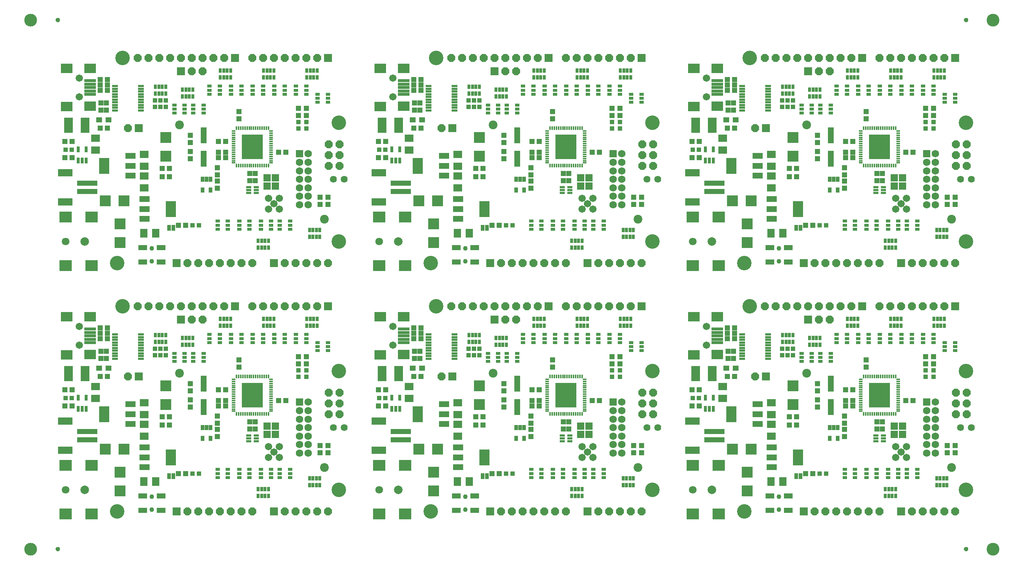
<source format=gts>
G75*
G70*
%OFA0B0*%
%FSLAX25Y25*%
%IPPOS*%
%LPD*%
%AMOC8*
5,1,8,0,0,1.08239X$1,22.5*
%
%ADD108R,0.05800X0.02050*%
%ADD111C,0.07890*%
%ADD112R,0.04740X0.05130*%
%ADD115R,0.10640X0.02770*%
%ADD116R,0.19500X0.23040*%
%ADD118C,0.06800*%
%ADD122R,0.04740X0.02180*%
%ADD125R,0.05520X0.14580*%
%ADD127R,0.02770X0.04340*%
%ADD129C,0.04340*%
%ADD13R,0.02970X0.05520*%
%ADD131R,0.10640X0.08670*%
%ADD134R,0.07100X0.07890*%
%ADD140R,0.03560X0.01780*%
%ADD143R,0.08280X0.14190*%
%ADD144R,0.06860X0.06860*%
%ADD146C,0.07100*%
%ADD150R,0.07200X0.07200*%
%ADD166C,0.11820*%
%ADD167R,0.07890X0.04740*%
%ADD17C,0.02000*%
%ADD172R,0.11820X0.10250*%
%ADD174R,0.18910X0.04740*%
%ADD181R,0.03300X0.05800*%
%ADD182R,0.03950X0.02970*%
%ADD185R,0.06800X0.06800*%
%ADD187C,0.06400*%
%ADD193R,0.05520X0.04740*%
%ADD200C,0.13400*%
%ADD201R,0.09460X0.14970*%
%ADD209R,0.13685X0.07100*%
%ADD30C,0.08120*%
%ADD33R,0.05130X0.04740*%
%ADD39OC8,0.07200*%
%ADD49R,0.09600X0.05600*%
%ADD61R,0.14190X0.07100*%
%ADD63R,0.03520X0.04700*%
%ADD70R,0.01780X0.03560*%
%ADD72R,0.10250X0.10250*%
%ADD78R,0.07890X0.07100*%
%ADD86R,0.03950X0.03950*%
%ADD99C,0.06740*%
X0010000Y0010000D02*
G75*
%LPD*%
D166*
X0035000Y0035000D03*
X0925000Y0035000D03*
D17*
X0899000Y0035000D02*
X0899020Y0035200D01*
X0899080Y0035380D01*
X0899170Y0035560D01*
X0899290Y0035710D01*
X0899440Y0035830D01*
X0899620Y0035920D01*
X0899800Y0035980D01*
X0900000Y0036000D01*
X0900200Y0035980D01*
X0900380Y0035920D01*
X0900560Y0035830D01*
X0900710Y0035710D01*
X0900830Y0035560D01*
X0900920Y0035380D01*
X0900980Y0035200D01*
X0901000Y0035000D01*
X0900980Y0034800D01*
X0900920Y0034620D01*
X0900830Y0034440D01*
X0900710Y0034290D01*
X0900560Y0034170D01*
X0900380Y0034080D01*
X0900200Y0034020D01*
X0900000Y0034000D01*
X0899800Y0034020D01*
X0899620Y0034080D01*
X0899440Y0034170D01*
X0899290Y0034290D01*
X0899170Y0034440D01*
X0899080Y0034620D01*
X0899020Y0034800D01*
X0899000Y0035000D01*
X0059000Y0035000D02*
X0059020Y0035200D01*
X0059080Y0035380D01*
X0059170Y0035560D01*
X0059290Y0035710D01*
X0059440Y0035830D01*
X0059620Y0035920D01*
X0059800Y0035980D01*
X0060000Y0036000D01*
X0060200Y0035980D01*
X0060380Y0035920D01*
X0060560Y0035830D01*
X0060710Y0035710D01*
X0060830Y0035560D01*
X0060920Y0035380D01*
X0060980Y0035200D01*
X0061000Y0035000D01*
X0060980Y0034800D01*
X0060920Y0034620D01*
X0060830Y0034440D01*
X0060710Y0034290D01*
X0060560Y0034170D01*
X0060380Y0034080D01*
X0060200Y0034020D01*
X0060000Y0034000D01*
X0059800Y0034020D01*
X0059620Y0034080D01*
X0059440Y0034170D01*
X0059290Y0034290D01*
X0059170Y0034440D01*
X0059080Y0034620D01*
X0059020Y0034800D01*
X0059000Y0035000D01*
X0010000Y0060000D02*
G75*
%LPD*%
X0060000Y0060000D02*
G75*
%LPD*%
D200*
X0115000Y0070000D03*
X0320000Y0090000D03*
X0320000Y0200000D03*
X0120000Y0260000D03*
D39*
X0134000Y0260000D03*
X0144000Y0260000D03*
X0154000Y0260000D03*
X0164000Y0260000D03*
X0174000Y0260000D03*
X0184000Y0260000D03*
X0194000Y0260000D03*
X0204000Y0260000D03*
X0214000Y0260000D03*
X0194000Y0247500D03*
X0184000Y0247500D03*
X0240000Y0260000D03*
X0250000Y0260000D03*
X0260000Y0260000D03*
X0270000Y0260000D03*
X0280000Y0260000D03*
X0290000Y0260000D03*
X0300000Y0260000D03*
X0310550Y0179800D03*
X0320550Y0179800D03*
X0320550Y0169800D03*
X0310550Y0169800D03*
X0310550Y0159800D03*
X0320550Y0159800D03*
X0310000Y0070000D03*
X0300000Y0070000D03*
X0290000Y0070000D03*
X0280000Y0070000D03*
X0270000Y0070000D03*
X0240000Y0070000D03*
X0230000Y0070000D03*
X0220000Y0070000D03*
X0210000Y0070000D03*
X0200000Y0070000D03*
X0190000Y0070000D03*
X0180000Y0070000D03*
X0125000Y0195000D03*
D33*
X0105850Y0195000D03*
X0099150Y0195000D03*
X0099150Y0240000D03*
X0105850Y0240000D03*
X0208650Y0182500D03*
X0215350Y0182500D03*
X0215350Y0172500D03*
X0215350Y0167500D03*
X0208650Y0167500D03*
X0208650Y0172500D03*
X0207500Y0145840D03*
X0207500Y0139150D03*
X0264150Y0172500D03*
X0270850Y0172500D03*
X0282500Y0206650D03*
X0282500Y0213340D03*
X0290000Y0213340D03*
X0290000Y0206650D03*
D112*
X0227500Y0203650D03*
X0227500Y0210340D03*
X0182500Y0188340D03*
X0182500Y0181650D03*
X0182500Y0173340D03*
X0182500Y0166650D03*
X0163350Y0157500D03*
X0156650Y0157500D03*
X0156650Y0150000D03*
X0163350Y0150000D03*
X0207500Y0151650D03*
X0207500Y0158340D03*
X0237500Y0152840D03*
X0242500Y0152840D03*
X0242500Y0146150D03*
X0237500Y0146150D03*
X0178350Y0105000D03*
X0171650Y0105000D03*
X0073350Y0167500D03*
X0066650Y0167500D03*
X0066650Y0182500D03*
X0073350Y0182500D03*
X0100000Y0211650D03*
X0105000Y0211650D03*
X0105000Y0218340D03*
X0100000Y0218340D03*
X0099150Y0230000D03*
X0099150Y0235000D03*
X0105850Y0235000D03*
X0105850Y0230000D03*
X0302500Y0130840D03*
X0302500Y0124150D03*
X0310000Y0124150D03*
X0310000Y0130840D03*
D150*
X0260000Y0070000D03*
X0170000Y0070000D03*
X0135000Y0195000D03*
X0174000Y0247500D03*
X0224000Y0260000D03*
X0310000Y0260000D03*
D78*
X0140000Y0170510D03*
X0140000Y0159480D03*
X0140000Y0150510D03*
X0140000Y0139480D03*
X0095000Y0174480D03*
X0095000Y0185510D03*
D86*
X0072950Y0175000D03*
X0067050Y0175000D03*
X0150000Y0214540D03*
X0155000Y0214540D03*
X0160000Y0214540D03*
X0160000Y0220450D03*
X0155000Y0220450D03*
X0150000Y0220450D03*
X0282500Y0200450D03*
X0282500Y0194540D03*
X0290000Y0194540D03*
X0290000Y0200450D03*
X0190450Y0105000D03*
X0184550Y0105000D03*
D72*
X0121160Y0127500D03*
X0103840Y0127500D03*
X0117500Y0106160D03*
X0117500Y0088830D03*
X0160000Y0168830D03*
X0160000Y0186160D03*
D49*
X0127200Y0169090D03*
X0127200Y0160000D03*
X0127200Y0150900D03*
X0140300Y0129090D03*
X0140300Y0120000D03*
X0140300Y0110900D03*
D201*
X0164700Y0120000D03*
X0102800Y0160000D03*
D134*
X0139490Y0097500D03*
X0150510Y0097500D03*
D70*
X0225240Y0160170D03*
X0227200Y0160170D03*
X0229170Y0160170D03*
X0231140Y0160170D03*
X0233110Y0160170D03*
X0235080Y0160170D03*
X0237050Y0160170D03*
X0239020Y0160170D03*
X0240980Y0160170D03*
X0242950Y0160170D03*
X0244920Y0160170D03*
X0246890Y0160170D03*
X0248860Y0160170D03*
X0250830Y0160170D03*
X0252800Y0160170D03*
X0254760Y0160170D03*
X0254760Y0194820D03*
X0252800Y0194820D03*
X0250830Y0194820D03*
X0248860Y0194820D03*
X0246890Y0194820D03*
X0244920Y0194820D03*
X0242950Y0194820D03*
X0240980Y0194820D03*
X0239020Y0194820D03*
X0237050Y0194820D03*
X0235080Y0194820D03*
X0233110Y0194820D03*
X0231140Y0194820D03*
X0229170Y0194820D03*
X0227200Y0194820D03*
X0225240Y0194820D03*
D140*
X0222680Y0192260D03*
X0222680Y0190290D03*
X0222680Y0188320D03*
X0222680Y0186350D03*
X0222680Y0184390D03*
X0222680Y0182420D03*
X0222680Y0180450D03*
X0222680Y0178480D03*
X0222680Y0176510D03*
X0222680Y0174540D03*
X0222680Y0172570D03*
X0222680Y0170610D03*
X0222680Y0168640D03*
X0222680Y0166670D03*
X0222680Y0164700D03*
X0222680Y0162730D03*
X0257320Y0162730D03*
X0257320Y0164700D03*
X0257320Y0166670D03*
X0257320Y0168640D03*
X0257320Y0170610D03*
X0257320Y0172570D03*
X0257320Y0174540D03*
X0257320Y0176510D03*
X0257320Y0178480D03*
X0257320Y0180450D03*
X0257320Y0182420D03*
X0257320Y0184390D03*
X0257320Y0186350D03*
X0257320Y0188320D03*
X0257320Y0190290D03*
X0257320Y0192260D03*
D116*
X0240000Y0177500D03*
D122*
X0236460Y0140050D03*
X0236460Y0137500D03*
X0236460Y0134940D03*
X0243540Y0134940D03*
X0243540Y0137500D03*
X0243540Y0140050D03*
D99*
X0255000Y0130000D03*
X0260000Y0125000D03*
X0255000Y0120000D03*
X0265000Y0120000D03*
X0265000Y0130000D03*
X0080000Y0223830D03*
X0080000Y0241160D03*
D131*
X0089840Y0250210D03*
X0068190Y0250210D03*
X0068190Y0214780D03*
X0089840Y0215170D03*
D115*
X0089840Y0226200D03*
X0089840Y0229350D03*
X0089840Y0232500D03*
X0089840Y0235650D03*
X0089840Y0238800D03*
D182*
X0167780Y0216240D03*
X0167780Y0212500D03*
X0167780Y0208760D03*
X0177220Y0208760D03*
X0177220Y0212500D03*
X0177220Y0216240D03*
X0185280Y0216240D03*
X0185280Y0212500D03*
X0185280Y0208760D03*
X0194720Y0208760D03*
X0194720Y0212500D03*
X0194720Y0216240D03*
X0200280Y0226260D03*
X0200280Y0230000D03*
X0200280Y0233740D03*
X0209720Y0233740D03*
X0209720Y0230000D03*
X0209720Y0226260D03*
X0220280Y0226260D03*
X0220280Y0230000D03*
X0220280Y0233740D03*
X0229720Y0233740D03*
X0229720Y0230000D03*
X0229720Y0226260D03*
X0240280Y0226260D03*
X0240280Y0230000D03*
X0240280Y0233740D03*
X0249720Y0233740D03*
X0249720Y0230000D03*
X0249720Y0226260D03*
X0260280Y0226260D03*
X0260280Y0230000D03*
X0260280Y0233740D03*
X0269720Y0233740D03*
X0269720Y0230000D03*
X0269720Y0226260D03*
X0280280Y0226260D03*
X0280280Y0230000D03*
X0280280Y0233740D03*
X0289720Y0233740D03*
X0289720Y0230000D03*
X0289720Y0226260D03*
X0300280Y0226240D03*
X0300280Y0222500D03*
X0300280Y0218760D03*
X0309720Y0218760D03*
X0309720Y0222500D03*
X0309720Y0226240D03*
X0274720Y0108740D03*
X0274720Y0105000D03*
X0274720Y0101260D03*
X0265280Y0101260D03*
X0265280Y0105000D03*
X0265280Y0108740D03*
X0257220Y0108740D03*
X0257220Y0105000D03*
X0257220Y0101260D03*
X0247780Y0101260D03*
X0247780Y0105000D03*
X0247780Y0108740D03*
X0237220Y0108740D03*
X0237220Y0105000D03*
X0237220Y0101260D03*
X0227780Y0101260D03*
X0227780Y0105000D03*
X0227780Y0108740D03*
X0217220Y0108740D03*
X0217220Y0105000D03*
X0217220Y0101260D03*
X0207780Y0101260D03*
X0207780Y0105000D03*
X0207780Y0108740D03*
D63*
X0201240Y0137380D03*
X0193760Y0137380D03*
X0193760Y0147570D03*
X0197500Y0147570D03*
X0201240Y0147570D03*
D127*
X0245280Y0090650D03*
X0248430Y0090650D03*
X0251570Y0090650D03*
X0254720Y0090650D03*
X0254720Y0084350D03*
X0251570Y0084350D03*
X0248430Y0084350D03*
X0245280Y0084350D03*
X0292780Y0094350D03*
X0295930Y0094350D03*
X0299070Y0094350D03*
X0302220Y0094350D03*
X0302220Y0100650D03*
X0299070Y0100650D03*
X0295930Y0100650D03*
X0292780Y0100650D03*
X0184720Y0224350D03*
X0181570Y0224350D03*
X0178430Y0224350D03*
X0175280Y0224350D03*
X0175280Y0230650D03*
X0178430Y0230650D03*
X0181570Y0230650D03*
X0184720Y0230650D03*
X0210280Y0241850D03*
X0213430Y0241850D03*
X0216570Y0241850D03*
X0219720Y0241850D03*
X0219720Y0248150D03*
X0216570Y0248150D03*
X0213430Y0248150D03*
X0210280Y0248150D03*
X0250280Y0248150D03*
X0253430Y0248150D03*
X0256570Y0248150D03*
X0259720Y0248150D03*
X0259720Y0241850D03*
X0256570Y0241850D03*
X0253430Y0241850D03*
X0250280Y0241850D03*
X0290280Y0241850D03*
X0293430Y0241850D03*
X0296570Y0241850D03*
X0299720Y0241850D03*
X0299720Y0248150D03*
X0296570Y0248150D03*
X0293430Y0248150D03*
X0290280Y0248150D03*
X0159720Y0233150D03*
X0156570Y0233150D03*
X0153430Y0233150D03*
X0150280Y0233150D03*
X0150280Y0226850D03*
X0153430Y0226850D03*
X0156570Y0226850D03*
X0159720Y0226850D03*
D143*
X0085180Y0197500D03*
X0069820Y0197500D03*
D172*
X0067190Y0067550D03*
X0091200Y0067550D03*
X0091200Y0112440D03*
X0067190Y0112440D03*
D146*
X0067190Y0090000D03*
D111*
X0084900Y0090000D03*
D125*
X0195000Y0166670D03*
X0195000Y0188320D03*
D185*
X0283560Y0171120D03*
D118*
X0291440Y0171120D03*
X0291440Y0163240D03*
X0291440Y0155370D03*
X0283560Y0155370D03*
X0283560Y0163240D03*
X0283560Y0147500D03*
X0291440Y0147500D03*
X0291440Y0139620D03*
X0283560Y0139620D03*
X0283560Y0131750D03*
X0283560Y0123870D03*
X0291440Y0123870D03*
X0291440Y0131750D03*
D108*
X0137000Y0211250D03*
X0137000Y0213750D03*
X0137000Y0216250D03*
X0137000Y0218750D03*
X0137000Y0221250D03*
X0137000Y0223750D03*
X0137000Y0226250D03*
X0137000Y0228750D03*
X0137000Y0231250D03*
X0137000Y0233750D03*
X0113000Y0233750D03*
X0113000Y0231250D03*
X0113000Y0228750D03*
X0113000Y0226250D03*
X0113000Y0223750D03*
X0113000Y0221250D03*
X0113000Y0218750D03*
X0113000Y0216250D03*
X0113000Y0213750D03*
X0113000Y0211250D03*
D193*
X0106830Y0202500D03*
X0098170Y0202500D03*
D144*
X0253680Y0148810D03*
X0261320Y0148810D03*
X0261320Y0141180D03*
X0253680Y0141180D03*
D174*
X0087070Y0143930D03*
X0087070Y0136060D03*
D61*
D209*
X0066843Y0126610D03*
D61*
D209*
X0066843Y0153380D03*
D61*
D13*
X0078760Y0164880D03*
X0082500Y0164880D03*
X0086240Y0164880D03*
X0086240Y0175110D03*
X0078760Y0175110D03*
D129*
X0147000Y0083400D03*
X0147000Y0071590D03*
D167*
X0138540Y0070800D03*
X0138540Y0084190D03*
X0155460Y0084190D03*
X0155460Y0070800D03*
D30*
X0306500Y0110500D03*
X0172500Y0198000D03*
D187*
X0315000Y0147500D03*
X0325000Y0147500D03*
D181*
X0167000Y0102500D03*
X0163000Y0102500D03*
X0060000Y0270000D02*
G75*
%LPD*%
X0060000Y0290000D02*
G75*
%LPD*%
D200*
X0115000Y0300000D03*
X0320000Y0320000D03*
X0320000Y0430000D03*
X0120000Y0490000D03*
D39*
X0134000Y0490000D03*
X0144000Y0490000D03*
X0154000Y0490000D03*
X0164000Y0490000D03*
X0174000Y0490000D03*
X0184000Y0490000D03*
X0194000Y0490000D03*
X0204000Y0490000D03*
X0214000Y0490000D03*
X0194000Y0477500D03*
X0184000Y0477500D03*
X0240000Y0490000D03*
X0250000Y0490000D03*
X0260000Y0490000D03*
X0270000Y0490000D03*
X0280000Y0490000D03*
X0290000Y0490000D03*
X0300000Y0490000D03*
X0310550Y0409800D03*
X0320550Y0409800D03*
X0320550Y0399800D03*
X0310550Y0399800D03*
X0310550Y0389800D03*
X0320550Y0389800D03*
X0310000Y0300000D03*
X0300000Y0300000D03*
X0290000Y0300000D03*
X0280000Y0300000D03*
X0270000Y0300000D03*
X0240000Y0300000D03*
X0230000Y0300000D03*
X0220000Y0300000D03*
X0210000Y0300000D03*
X0200000Y0300000D03*
X0190000Y0300000D03*
X0180000Y0300000D03*
X0125000Y0425000D03*
D33*
X0105850Y0425000D03*
X0099150Y0425000D03*
X0099150Y0470000D03*
X0105850Y0470000D03*
X0208650Y0412500D03*
X0215350Y0412500D03*
X0215350Y0402500D03*
X0215350Y0397500D03*
X0208650Y0397500D03*
X0208650Y0402500D03*
X0207500Y0375840D03*
X0207500Y0369150D03*
X0264150Y0402500D03*
X0270850Y0402500D03*
X0282500Y0436650D03*
X0282500Y0443340D03*
X0290000Y0443340D03*
X0290000Y0436650D03*
D112*
X0227500Y0433650D03*
X0227500Y0440340D03*
X0182500Y0418340D03*
X0182500Y0411650D03*
X0182500Y0403340D03*
X0182500Y0396650D03*
X0163350Y0387500D03*
X0156650Y0387500D03*
X0156650Y0380000D03*
X0163350Y0380000D03*
X0207500Y0381650D03*
X0207500Y0388340D03*
X0237500Y0382840D03*
X0242500Y0382840D03*
X0242500Y0376150D03*
X0237500Y0376150D03*
X0178350Y0335000D03*
X0171650Y0335000D03*
X0073350Y0397500D03*
X0066650Y0397500D03*
X0066650Y0412500D03*
X0073350Y0412500D03*
X0100000Y0441650D03*
X0105000Y0441650D03*
X0105000Y0448340D03*
X0100000Y0448340D03*
X0099150Y0460000D03*
X0099150Y0465000D03*
X0105850Y0465000D03*
X0105850Y0460000D03*
X0302500Y0360840D03*
X0302500Y0354150D03*
X0310000Y0354150D03*
X0310000Y0360840D03*
D150*
X0260000Y0300000D03*
X0170000Y0300000D03*
X0135000Y0425000D03*
X0174000Y0477500D03*
X0224000Y0490000D03*
X0310000Y0490000D03*
D78*
X0140000Y0400510D03*
X0140000Y0389480D03*
X0140000Y0380510D03*
X0140000Y0369480D03*
X0095000Y0404480D03*
X0095000Y0415510D03*
D86*
X0072950Y0405000D03*
X0067050Y0405000D03*
X0150000Y0444540D03*
X0155000Y0444540D03*
X0160000Y0444540D03*
X0160000Y0450450D03*
X0155000Y0450450D03*
X0150000Y0450450D03*
X0282500Y0430450D03*
X0282500Y0424540D03*
X0290000Y0424540D03*
X0290000Y0430450D03*
X0190450Y0335000D03*
X0184550Y0335000D03*
D72*
X0121160Y0357500D03*
X0103840Y0357500D03*
X0117500Y0336160D03*
X0117500Y0318830D03*
X0160000Y0398830D03*
X0160000Y0416160D03*
D49*
X0127200Y0399090D03*
X0127200Y0390000D03*
X0127200Y0380900D03*
X0140300Y0359090D03*
X0140300Y0350000D03*
X0140300Y0340900D03*
D201*
X0164700Y0350000D03*
X0102800Y0390000D03*
D134*
X0139490Y0327500D03*
X0150510Y0327500D03*
D70*
X0225240Y0390170D03*
X0227200Y0390170D03*
X0229170Y0390170D03*
X0231140Y0390170D03*
X0233110Y0390170D03*
X0235080Y0390170D03*
X0237050Y0390170D03*
X0239020Y0390170D03*
X0240980Y0390170D03*
X0242950Y0390170D03*
X0244920Y0390170D03*
X0246890Y0390170D03*
X0248860Y0390170D03*
X0250830Y0390170D03*
X0252800Y0390170D03*
X0254760Y0390170D03*
X0254760Y0424820D03*
X0252800Y0424820D03*
X0250830Y0424820D03*
X0248860Y0424820D03*
X0246890Y0424820D03*
X0244920Y0424820D03*
X0242950Y0424820D03*
X0240980Y0424820D03*
X0239020Y0424820D03*
X0237050Y0424820D03*
X0235080Y0424820D03*
X0233110Y0424820D03*
X0231140Y0424820D03*
X0229170Y0424820D03*
X0227200Y0424820D03*
X0225240Y0424820D03*
D140*
X0222680Y0422260D03*
X0222680Y0420290D03*
X0222680Y0418320D03*
X0222680Y0416350D03*
X0222680Y0414390D03*
X0222680Y0412420D03*
X0222680Y0410450D03*
X0222680Y0408480D03*
X0222680Y0406510D03*
X0222680Y0404540D03*
X0222680Y0402570D03*
X0222680Y0400610D03*
X0222680Y0398640D03*
X0222680Y0396670D03*
X0222680Y0394700D03*
X0222680Y0392730D03*
X0257320Y0392730D03*
X0257320Y0394700D03*
X0257320Y0396670D03*
X0257320Y0398640D03*
X0257320Y0400610D03*
X0257320Y0402570D03*
X0257320Y0404540D03*
X0257320Y0406510D03*
X0257320Y0408480D03*
X0257320Y0410450D03*
X0257320Y0412420D03*
X0257320Y0414390D03*
X0257320Y0416350D03*
X0257320Y0418320D03*
X0257320Y0420290D03*
X0257320Y0422260D03*
D116*
X0240000Y0407500D03*
D122*
X0236460Y0370050D03*
X0236460Y0367500D03*
X0236460Y0364940D03*
X0243540Y0364940D03*
X0243540Y0367500D03*
X0243540Y0370050D03*
D99*
X0255000Y0360000D03*
X0260000Y0355000D03*
X0255000Y0350000D03*
X0265000Y0350000D03*
X0265000Y0360000D03*
X0080000Y0453830D03*
X0080000Y0471160D03*
D131*
X0089840Y0480210D03*
X0068190Y0480210D03*
X0068190Y0444780D03*
X0089840Y0445170D03*
D115*
X0089840Y0456200D03*
X0089840Y0459350D03*
X0089840Y0462500D03*
X0089840Y0465650D03*
X0089840Y0468800D03*
D182*
X0167780Y0446240D03*
X0167780Y0442500D03*
X0167780Y0438760D03*
X0177220Y0438760D03*
X0177220Y0442500D03*
X0177220Y0446240D03*
X0185280Y0446240D03*
X0185280Y0442500D03*
X0185280Y0438760D03*
X0194720Y0438760D03*
X0194720Y0442500D03*
X0194720Y0446240D03*
X0200280Y0456260D03*
X0200280Y0460000D03*
X0200280Y0463740D03*
X0209720Y0463740D03*
X0209720Y0460000D03*
X0209720Y0456260D03*
X0220280Y0456260D03*
X0220280Y0460000D03*
X0220280Y0463740D03*
X0229720Y0463740D03*
X0229720Y0460000D03*
X0229720Y0456260D03*
X0240280Y0456260D03*
X0240280Y0460000D03*
X0240280Y0463740D03*
X0249720Y0463740D03*
X0249720Y0460000D03*
X0249720Y0456260D03*
X0260280Y0456260D03*
X0260280Y0460000D03*
X0260280Y0463740D03*
X0269720Y0463740D03*
X0269720Y0460000D03*
X0269720Y0456260D03*
X0280280Y0456260D03*
X0280280Y0460000D03*
X0280280Y0463740D03*
X0289720Y0463740D03*
X0289720Y0460000D03*
X0289720Y0456260D03*
X0300280Y0456240D03*
X0300280Y0452500D03*
X0300280Y0448760D03*
X0309720Y0448760D03*
X0309720Y0452500D03*
X0309720Y0456240D03*
X0274720Y0338740D03*
X0274720Y0335000D03*
X0274720Y0331260D03*
X0265280Y0331260D03*
X0265280Y0335000D03*
X0265280Y0338740D03*
X0257220Y0338740D03*
X0257220Y0335000D03*
X0257220Y0331260D03*
X0247780Y0331260D03*
X0247780Y0335000D03*
X0247780Y0338740D03*
X0237220Y0338740D03*
X0237220Y0335000D03*
X0237220Y0331260D03*
X0227780Y0331260D03*
X0227780Y0335000D03*
X0227780Y0338740D03*
X0217220Y0338740D03*
X0217220Y0335000D03*
X0217220Y0331260D03*
X0207780Y0331260D03*
X0207780Y0335000D03*
X0207780Y0338740D03*
D63*
X0201240Y0367380D03*
X0193760Y0367380D03*
X0193760Y0377570D03*
X0197500Y0377570D03*
X0201240Y0377570D03*
D127*
X0245280Y0320650D03*
X0248430Y0320650D03*
X0251570Y0320650D03*
X0254720Y0320650D03*
X0254720Y0314350D03*
X0251570Y0314350D03*
X0248430Y0314350D03*
X0245280Y0314350D03*
X0292780Y0324350D03*
X0295930Y0324350D03*
X0299070Y0324350D03*
X0302220Y0324350D03*
X0302220Y0330650D03*
X0299070Y0330650D03*
X0295930Y0330650D03*
X0292780Y0330650D03*
X0184720Y0454350D03*
X0181570Y0454350D03*
X0178430Y0454350D03*
X0175280Y0454350D03*
X0175280Y0460650D03*
X0178430Y0460650D03*
X0181570Y0460650D03*
X0184720Y0460650D03*
X0210280Y0471850D03*
X0213430Y0471850D03*
X0216570Y0471850D03*
X0219720Y0471850D03*
X0219720Y0478150D03*
X0216570Y0478150D03*
X0213430Y0478150D03*
X0210280Y0478150D03*
X0250280Y0478150D03*
X0253430Y0478150D03*
X0256570Y0478150D03*
X0259720Y0478150D03*
X0259720Y0471850D03*
X0256570Y0471850D03*
X0253430Y0471850D03*
X0250280Y0471850D03*
X0290280Y0471850D03*
X0293430Y0471850D03*
X0296570Y0471850D03*
X0299720Y0471850D03*
X0299720Y0478150D03*
X0296570Y0478150D03*
X0293430Y0478150D03*
X0290280Y0478150D03*
X0159720Y0463150D03*
X0156570Y0463150D03*
X0153430Y0463150D03*
X0150280Y0463150D03*
X0150280Y0456850D03*
X0153430Y0456850D03*
X0156570Y0456850D03*
X0159720Y0456850D03*
D143*
X0085180Y0427500D03*
X0069820Y0427500D03*
D172*
X0067190Y0297550D03*
X0091200Y0297550D03*
X0091200Y0342440D03*
X0067190Y0342440D03*
D146*
X0067190Y0320000D03*
D111*
X0084900Y0320000D03*
D125*
X0195000Y0396670D03*
X0195000Y0418320D03*
D185*
X0283560Y0401120D03*
D118*
X0291440Y0401120D03*
X0291440Y0393240D03*
X0291440Y0385370D03*
X0283560Y0385370D03*
X0283560Y0393240D03*
X0283560Y0377500D03*
X0291440Y0377500D03*
X0291440Y0369620D03*
X0283560Y0369620D03*
X0283560Y0361750D03*
X0283560Y0353870D03*
X0291440Y0353870D03*
X0291440Y0361750D03*
D108*
X0137000Y0441250D03*
X0137000Y0443750D03*
X0137000Y0446250D03*
X0137000Y0448750D03*
X0137000Y0451250D03*
X0137000Y0453750D03*
X0137000Y0456250D03*
X0137000Y0458750D03*
X0137000Y0461250D03*
X0137000Y0463750D03*
X0113000Y0463750D03*
X0113000Y0461250D03*
X0113000Y0458750D03*
X0113000Y0456250D03*
X0113000Y0453750D03*
X0113000Y0451250D03*
X0113000Y0448750D03*
X0113000Y0446250D03*
X0113000Y0443750D03*
X0113000Y0441250D03*
D193*
X0106830Y0432500D03*
X0098170Y0432500D03*
D144*
X0253680Y0378810D03*
X0261320Y0378810D03*
X0261320Y0371180D03*
X0253680Y0371180D03*
D174*
X0087070Y0373930D03*
X0087070Y0366060D03*
D61*
D209*
X0066843Y0356610D03*
D61*
D209*
X0066843Y0383380D03*
D61*
D13*
X0078760Y0394880D03*
X0082500Y0394880D03*
X0086240Y0394880D03*
X0086240Y0405110D03*
X0078760Y0405110D03*
D129*
X0147000Y0313400D03*
X0147000Y0301590D03*
D167*
X0138540Y0300800D03*
X0138540Y0314190D03*
X0155460Y0314190D03*
X0155460Y0300800D03*
D30*
X0306500Y0340500D03*
X0172500Y0428000D03*
D187*
X0315000Y0377500D03*
X0325000Y0377500D03*
D181*
X0167000Y0332500D03*
X0163000Y0332500D03*
X0350000Y0060000D02*
G75*
%LPD*%
D200*
X0405000Y0070000D03*
X0610000Y0090000D03*
X0610000Y0200000D03*
X0410000Y0260000D03*
D39*
X0424000Y0260000D03*
X0434000Y0260000D03*
X0444000Y0260000D03*
X0454000Y0260000D03*
X0464000Y0260000D03*
X0474000Y0260000D03*
X0484000Y0260000D03*
X0494000Y0260000D03*
X0504000Y0260000D03*
X0484000Y0247500D03*
X0474000Y0247500D03*
X0530000Y0260000D03*
X0540000Y0260000D03*
X0550000Y0260000D03*
X0560000Y0260000D03*
X0570000Y0260000D03*
X0580000Y0260000D03*
X0590000Y0260000D03*
X0600550Y0179800D03*
X0610550Y0179800D03*
X0610550Y0169800D03*
X0600550Y0169800D03*
X0600550Y0159800D03*
X0610550Y0159800D03*
X0600000Y0070000D03*
X0590000Y0070000D03*
X0580000Y0070000D03*
X0570000Y0070000D03*
X0560000Y0070000D03*
X0530000Y0070000D03*
X0520000Y0070000D03*
X0510000Y0070000D03*
X0500000Y0070000D03*
X0490000Y0070000D03*
X0480000Y0070000D03*
X0470000Y0070000D03*
X0415000Y0195000D03*
D33*
X0395850Y0195000D03*
X0389150Y0195000D03*
X0389150Y0240000D03*
X0395850Y0240000D03*
X0498650Y0182500D03*
X0505350Y0182500D03*
X0505350Y0172500D03*
X0505350Y0167500D03*
X0498650Y0167500D03*
X0498650Y0172500D03*
X0497500Y0145840D03*
X0497500Y0139150D03*
X0554150Y0172500D03*
X0560850Y0172500D03*
X0572500Y0206650D03*
X0572500Y0213340D03*
X0580000Y0213340D03*
X0580000Y0206650D03*
D112*
X0517500Y0203650D03*
X0517500Y0210340D03*
X0472500Y0188340D03*
X0472500Y0181650D03*
X0472500Y0173340D03*
X0472500Y0166650D03*
X0453350Y0157500D03*
X0446650Y0157500D03*
X0446650Y0150000D03*
X0453350Y0150000D03*
X0497500Y0151650D03*
X0497500Y0158340D03*
X0527500Y0152840D03*
X0532500Y0152840D03*
X0532500Y0146150D03*
X0527500Y0146150D03*
X0468350Y0105000D03*
X0461650Y0105000D03*
X0363350Y0167500D03*
X0356650Y0167500D03*
X0356650Y0182500D03*
X0363350Y0182500D03*
X0390000Y0211650D03*
X0395000Y0211650D03*
X0395000Y0218340D03*
X0390000Y0218340D03*
X0389150Y0230000D03*
X0389150Y0235000D03*
X0395850Y0235000D03*
X0395850Y0230000D03*
X0592500Y0130840D03*
X0592500Y0124150D03*
X0600000Y0124150D03*
X0600000Y0130840D03*
D150*
X0550000Y0070000D03*
X0460000Y0070000D03*
X0425000Y0195000D03*
X0464000Y0247500D03*
X0514000Y0260000D03*
X0600000Y0260000D03*
D78*
X0430000Y0170510D03*
X0430000Y0159480D03*
X0430000Y0150510D03*
X0430000Y0139480D03*
X0385000Y0174480D03*
X0385000Y0185510D03*
D86*
X0362950Y0175000D03*
X0357050Y0175000D03*
X0440000Y0214540D03*
X0445000Y0214540D03*
X0450000Y0214540D03*
X0450000Y0220450D03*
X0445000Y0220450D03*
X0440000Y0220450D03*
X0572500Y0200450D03*
X0572500Y0194540D03*
X0580000Y0194540D03*
X0580000Y0200450D03*
X0480450Y0105000D03*
X0474550Y0105000D03*
D72*
X0411160Y0127500D03*
X0393840Y0127500D03*
X0407500Y0106160D03*
X0407500Y0088830D03*
X0450000Y0168830D03*
X0450000Y0186160D03*
D49*
X0417200Y0169090D03*
X0417200Y0160000D03*
X0417200Y0150900D03*
X0430300Y0129090D03*
X0430300Y0120000D03*
X0430300Y0110900D03*
D201*
X0454700Y0120000D03*
X0392800Y0160000D03*
D134*
X0429490Y0097500D03*
X0440510Y0097500D03*
D70*
X0515240Y0160170D03*
X0517200Y0160170D03*
X0519170Y0160170D03*
X0521140Y0160170D03*
X0523110Y0160170D03*
X0525080Y0160170D03*
X0527050Y0160170D03*
X0529020Y0160170D03*
X0530980Y0160170D03*
X0532950Y0160170D03*
X0534920Y0160170D03*
X0536890Y0160170D03*
X0538860Y0160170D03*
X0540830Y0160170D03*
X0542800Y0160170D03*
X0544760Y0160170D03*
X0544760Y0194820D03*
X0542800Y0194820D03*
X0540830Y0194820D03*
X0538860Y0194820D03*
X0536890Y0194820D03*
X0534920Y0194820D03*
X0532950Y0194820D03*
X0530980Y0194820D03*
X0529020Y0194820D03*
X0527050Y0194820D03*
X0525080Y0194820D03*
X0523110Y0194820D03*
X0521140Y0194820D03*
X0519170Y0194820D03*
X0517200Y0194820D03*
X0515240Y0194820D03*
D140*
X0512680Y0192260D03*
X0512680Y0190290D03*
X0512680Y0188320D03*
X0512680Y0186350D03*
X0512680Y0184390D03*
X0512680Y0182420D03*
X0512680Y0180450D03*
X0512680Y0178480D03*
X0512680Y0176510D03*
X0512680Y0174540D03*
X0512680Y0172570D03*
X0512680Y0170610D03*
X0512680Y0168640D03*
X0512680Y0166670D03*
X0512680Y0164700D03*
X0512680Y0162730D03*
X0547320Y0162730D03*
X0547320Y0164700D03*
X0547320Y0166670D03*
X0547320Y0168640D03*
X0547320Y0170610D03*
X0547320Y0172570D03*
X0547320Y0174540D03*
X0547320Y0176510D03*
X0547320Y0178480D03*
X0547320Y0180450D03*
X0547320Y0182420D03*
X0547320Y0184390D03*
X0547320Y0186350D03*
X0547320Y0188320D03*
X0547320Y0190290D03*
X0547320Y0192260D03*
D116*
X0530000Y0177500D03*
D122*
X0526460Y0140050D03*
X0526460Y0137500D03*
X0526460Y0134940D03*
X0533540Y0134940D03*
X0533540Y0137500D03*
X0533540Y0140050D03*
D99*
X0545000Y0130000D03*
X0550000Y0125000D03*
X0545000Y0120000D03*
X0555000Y0120000D03*
X0555000Y0130000D03*
X0370000Y0223830D03*
X0370000Y0241160D03*
D131*
X0379840Y0250210D03*
X0358190Y0250210D03*
X0358190Y0214780D03*
X0379840Y0215170D03*
D115*
X0379840Y0226200D03*
X0379840Y0229350D03*
X0379840Y0232500D03*
X0379840Y0235650D03*
X0379840Y0238800D03*
D182*
X0457780Y0216240D03*
X0457780Y0212500D03*
X0457780Y0208760D03*
X0467220Y0208760D03*
X0467220Y0212500D03*
X0467220Y0216240D03*
X0475280Y0216240D03*
X0475280Y0212500D03*
X0475280Y0208760D03*
X0484720Y0208760D03*
X0484720Y0212500D03*
X0484720Y0216240D03*
X0490280Y0226260D03*
X0490280Y0230000D03*
X0490280Y0233740D03*
X0499720Y0233740D03*
X0499720Y0230000D03*
X0499720Y0226260D03*
X0510280Y0226260D03*
X0510280Y0230000D03*
X0510280Y0233740D03*
X0519720Y0233740D03*
X0519720Y0230000D03*
X0519720Y0226260D03*
X0530280Y0226260D03*
X0530280Y0230000D03*
X0530280Y0233740D03*
X0539720Y0233740D03*
X0539720Y0230000D03*
X0539720Y0226260D03*
X0550280Y0226260D03*
X0550280Y0230000D03*
X0550280Y0233740D03*
X0559720Y0233740D03*
X0559720Y0230000D03*
X0559720Y0226260D03*
X0570280Y0226260D03*
X0570280Y0230000D03*
X0570280Y0233740D03*
X0579720Y0233740D03*
X0579720Y0230000D03*
X0579720Y0226260D03*
X0590280Y0226240D03*
X0590280Y0222500D03*
X0590280Y0218760D03*
X0599720Y0218760D03*
X0599720Y0222500D03*
X0599720Y0226240D03*
X0564720Y0108740D03*
X0564720Y0105000D03*
X0564720Y0101260D03*
X0555280Y0101260D03*
X0555280Y0105000D03*
X0555280Y0108740D03*
X0547220Y0108740D03*
X0547220Y0105000D03*
X0547220Y0101260D03*
X0537780Y0101260D03*
X0537780Y0105000D03*
X0537780Y0108740D03*
X0527220Y0108740D03*
X0527220Y0105000D03*
X0527220Y0101260D03*
X0517780Y0101260D03*
X0517780Y0105000D03*
X0517780Y0108740D03*
X0507220Y0108740D03*
X0507220Y0105000D03*
X0507220Y0101260D03*
X0497780Y0101260D03*
X0497780Y0105000D03*
X0497780Y0108740D03*
D63*
X0491240Y0137380D03*
X0483760Y0137380D03*
X0483760Y0147570D03*
X0487500Y0147570D03*
X0491240Y0147570D03*
D127*
X0535280Y0090650D03*
X0538430Y0090650D03*
X0541570Y0090650D03*
X0544720Y0090650D03*
X0544720Y0084350D03*
X0541570Y0084350D03*
X0538430Y0084350D03*
X0535280Y0084350D03*
X0582780Y0094350D03*
X0585930Y0094350D03*
X0589070Y0094350D03*
X0592220Y0094350D03*
X0592220Y0100650D03*
X0589070Y0100650D03*
X0585930Y0100650D03*
X0582780Y0100650D03*
X0474720Y0224350D03*
X0471570Y0224350D03*
X0468430Y0224350D03*
X0465280Y0224350D03*
X0465280Y0230650D03*
X0468430Y0230650D03*
X0471570Y0230650D03*
X0474720Y0230650D03*
X0500280Y0241850D03*
X0503430Y0241850D03*
X0506570Y0241850D03*
X0509720Y0241850D03*
X0509720Y0248150D03*
X0506570Y0248150D03*
X0503430Y0248150D03*
X0500280Y0248150D03*
X0540280Y0248150D03*
X0543430Y0248150D03*
X0546570Y0248150D03*
X0549720Y0248150D03*
X0549720Y0241850D03*
X0546570Y0241850D03*
X0543430Y0241850D03*
X0540280Y0241850D03*
X0580280Y0241850D03*
X0583430Y0241850D03*
X0586570Y0241850D03*
X0589720Y0241850D03*
X0589720Y0248150D03*
X0586570Y0248150D03*
X0583430Y0248150D03*
X0580280Y0248150D03*
X0449720Y0233150D03*
X0446570Y0233150D03*
X0443430Y0233150D03*
X0440280Y0233150D03*
X0440280Y0226850D03*
X0443430Y0226850D03*
X0446570Y0226850D03*
X0449720Y0226850D03*
D143*
X0375180Y0197500D03*
X0359820Y0197500D03*
D172*
X0357190Y0067550D03*
X0381200Y0067550D03*
X0381200Y0112440D03*
X0357190Y0112440D03*
D146*
X0357190Y0090000D03*
D111*
X0374900Y0090000D03*
D125*
X0485000Y0166670D03*
X0485000Y0188320D03*
D185*
X0573560Y0171120D03*
D118*
X0581440Y0171120D03*
X0581440Y0163240D03*
X0581440Y0155370D03*
X0573560Y0155370D03*
X0573560Y0163240D03*
X0573560Y0147500D03*
X0581440Y0147500D03*
X0581440Y0139620D03*
X0573560Y0139620D03*
X0573560Y0131750D03*
X0573560Y0123870D03*
X0581440Y0123870D03*
X0581440Y0131750D03*
D108*
X0427000Y0211250D03*
X0427000Y0213750D03*
X0427000Y0216250D03*
X0427000Y0218750D03*
X0427000Y0221250D03*
X0427000Y0223750D03*
X0427000Y0226250D03*
X0427000Y0228750D03*
X0427000Y0231250D03*
X0427000Y0233750D03*
X0403000Y0233750D03*
X0403000Y0231250D03*
X0403000Y0228750D03*
X0403000Y0226250D03*
X0403000Y0223750D03*
X0403000Y0221250D03*
X0403000Y0218750D03*
X0403000Y0216250D03*
X0403000Y0213750D03*
X0403000Y0211250D03*
D193*
X0396830Y0202500D03*
X0388170Y0202500D03*
D144*
X0543680Y0148810D03*
X0551320Y0148810D03*
X0551320Y0141180D03*
X0543680Y0141180D03*
D174*
X0377070Y0143930D03*
X0377070Y0136060D03*
D61*
D209*
X0356843Y0126610D03*
D61*
D209*
X0356843Y0153380D03*
D61*
D13*
X0368760Y0164880D03*
X0372500Y0164880D03*
X0376240Y0164880D03*
X0376240Y0175110D03*
X0368760Y0175110D03*
D129*
X0437000Y0083400D03*
X0437000Y0071590D03*
D167*
X0428540Y0070800D03*
X0428540Y0084190D03*
X0445460Y0084190D03*
X0445460Y0070800D03*
D30*
X0596500Y0110500D03*
X0462500Y0198000D03*
D187*
X0605000Y0147500D03*
X0615000Y0147500D03*
D181*
X0457000Y0102500D03*
X0453000Y0102500D03*
X0350000Y0270000D02*
G75*
%LPD*%
X0350000Y0290000D02*
G75*
%LPD*%
D200*
X0405000Y0300000D03*
X0610000Y0320000D03*
X0610000Y0430000D03*
X0410000Y0490000D03*
D39*
X0424000Y0490000D03*
X0434000Y0490000D03*
X0444000Y0490000D03*
X0454000Y0490000D03*
X0464000Y0490000D03*
X0474000Y0490000D03*
X0484000Y0490000D03*
X0494000Y0490000D03*
X0504000Y0490000D03*
X0484000Y0477500D03*
X0474000Y0477500D03*
X0530000Y0490000D03*
X0540000Y0490000D03*
X0550000Y0490000D03*
X0560000Y0490000D03*
X0570000Y0490000D03*
X0580000Y0490000D03*
X0590000Y0490000D03*
X0600550Y0409800D03*
X0610550Y0409800D03*
X0610550Y0399800D03*
X0600550Y0399800D03*
X0600550Y0389800D03*
X0610550Y0389800D03*
X0600000Y0300000D03*
X0590000Y0300000D03*
X0580000Y0300000D03*
X0570000Y0300000D03*
X0560000Y0300000D03*
X0530000Y0300000D03*
X0520000Y0300000D03*
X0510000Y0300000D03*
X0500000Y0300000D03*
X0490000Y0300000D03*
X0480000Y0300000D03*
X0470000Y0300000D03*
X0415000Y0425000D03*
D33*
X0395850Y0425000D03*
X0389150Y0425000D03*
X0389150Y0470000D03*
X0395850Y0470000D03*
X0498650Y0412500D03*
X0505350Y0412500D03*
X0505350Y0402500D03*
X0505350Y0397500D03*
X0498650Y0397500D03*
X0498650Y0402500D03*
X0497500Y0375840D03*
X0497500Y0369150D03*
X0554150Y0402500D03*
X0560850Y0402500D03*
X0572500Y0436650D03*
X0572500Y0443340D03*
X0580000Y0443340D03*
X0580000Y0436650D03*
D112*
X0517500Y0433650D03*
X0517500Y0440340D03*
X0472500Y0418340D03*
X0472500Y0411650D03*
X0472500Y0403340D03*
X0472500Y0396650D03*
X0453350Y0387500D03*
X0446650Y0387500D03*
X0446650Y0380000D03*
X0453350Y0380000D03*
X0497500Y0381650D03*
X0497500Y0388340D03*
X0527500Y0382840D03*
X0532500Y0382840D03*
X0532500Y0376150D03*
X0527500Y0376150D03*
X0468350Y0335000D03*
X0461650Y0335000D03*
X0363350Y0397500D03*
X0356650Y0397500D03*
X0356650Y0412500D03*
X0363350Y0412500D03*
X0390000Y0441650D03*
X0395000Y0441650D03*
X0395000Y0448340D03*
X0390000Y0448340D03*
X0389150Y0460000D03*
X0389150Y0465000D03*
X0395850Y0465000D03*
X0395850Y0460000D03*
X0592500Y0360840D03*
X0592500Y0354150D03*
X0600000Y0354150D03*
X0600000Y0360840D03*
D150*
X0550000Y0300000D03*
X0460000Y0300000D03*
X0425000Y0425000D03*
X0464000Y0477500D03*
X0514000Y0490000D03*
X0600000Y0490000D03*
D78*
X0430000Y0400510D03*
X0430000Y0389480D03*
X0430000Y0380510D03*
X0430000Y0369480D03*
X0385000Y0404480D03*
X0385000Y0415510D03*
D86*
X0362950Y0405000D03*
X0357050Y0405000D03*
X0440000Y0444540D03*
X0445000Y0444540D03*
X0450000Y0444540D03*
X0450000Y0450450D03*
X0445000Y0450450D03*
X0440000Y0450450D03*
X0572500Y0430450D03*
X0572500Y0424540D03*
X0580000Y0424540D03*
X0580000Y0430450D03*
X0480450Y0335000D03*
X0474550Y0335000D03*
D72*
X0411160Y0357500D03*
X0393840Y0357500D03*
X0407500Y0336160D03*
X0407500Y0318830D03*
X0450000Y0398830D03*
X0450000Y0416160D03*
D49*
X0417200Y0399090D03*
X0417200Y0390000D03*
X0417200Y0380900D03*
X0430300Y0359090D03*
X0430300Y0350000D03*
X0430300Y0340900D03*
D201*
X0454700Y0350000D03*
X0392800Y0390000D03*
D134*
X0429490Y0327500D03*
X0440510Y0327500D03*
D70*
X0515240Y0390170D03*
X0517200Y0390170D03*
X0519170Y0390170D03*
X0521140Y0390170D03*
X0523110Y0390170D03*
X0525080Y0390170D03*
X0527050Y0390170D03*
X0529020Y0390170D03*
X0530980Y0390170D03*
X0532950Y0390170D03*
X0534920Y0390170D03*
X0536890Y0390170D03*
X0538860Y0390170D03*
X0540830Y0390170D03*
X0542800Y0390170D03*
X0544760Y0390170D03*
X0544760Y0424820D03*
X0542800Y0424820D03*
X0540830Y0424820D03*
X0538860Y0424820D03*
X0536890Y0424820D03*
X0534920Y0424820D03*
X0532950Y0424820D03*
X0530980Y0424820D03*
X0529020Y0424820D03*
X0527050Y0424820D03*
X0525080Y0424820D03*
X0523110Y0424820D03*
X0521140Y0424820D03*
X0519170Y0424820D03*
X0517200Y0424820D03*
X0515240Y0424820D03*
D140*
X0512680Y0422260D03*
X0512680Y0420290D03*
X0512680Y0418320D03*
X0512680Y0416350D03*
X0512680Y0414390D03*
X0512680Y0412420D03*
X0512680Y0410450D03*
X0512680Y0408480D03*
X0512680Y0406510D03*
X0512680Y0404540D03*
X0512680Y0402570D03*
X0512680Y0400610D03*
X0512680Y0398640D03*
X0512680Y0396670D03*
X0512680Y0394700D03*
X0512680Y0392730D03*
X0547320Y0392730D03*
X0547320Y0394700D03*
X0547320Y0396670D03*
X0547320Y0398640D03*
X0547320Y0400610D03*
X0547320Y0402570D03*
X0547320Y0404540D03*
X0547320Y0406510D03*
X0547320Y0408480D03*
X0547320Y0410450D03*
X0547320Y0412420D03*
X0547320Y0414390D03*
X0547320Y0416350D03*
X0547320Y0418320D03*
X0547320Y0420290D03*
X0547320Y0422260D03*
D116*
X0530000Y0407500D03*
D122*
X0526460Y0370050D03*
X0526460Y0367500D03*
X0526460Y0364940D03*
X0533540Y0364940D03*
X0533540Y0367500D03*
X0533540Y0370050D03*
D99*
X0545000Y0360000D03*
X0550000Y0355000D03*
X0545000Y0350000D03*
X0555000Y0350000D03*
X0555000Y0360000D03*
X0370000Y0453830D03*
X0370000Y0471160D03*
D131*
X0379840Y0480210D03*
X0358190Y0480210D03*
X0358190Y0444780D03*
X0379840Y0445170D03*
D115*
X0379840Y0456200D03*
X0379840Y0459350D03*
X0379840Y0462500D03*
X0379840Y0465650D03*
X0379840Y0468800D03*
D182*
X0457780Y0446240D03*
X0457780Y0442500D03*
X0457780Y0438760D03*
X0467220Y0438760D03*
X0467220Y0442500D03*
X0467220Y0446240D03*
X0475280Y0446240D03*
X0475280Y0442500D03*
X0475280Y0438760D03*
X0484720Y0438760D03*
X0484720Y0442500D03*
X0484720Y0446240D03*
X0490280Y0456260D03*
X0490280Y0460000D03*
X0490280Y0463740D03*
X0499720Y0463740D03*
X0499720Y0460000D03*
X0499720Y0456260D03*
X0510280Y0456260D03*
X0510280Y0460000D03*
X0510280Y0463740D03*
X0519720Y0463740D03*
X0519720Y0460000D03*
X0519720Y0456260D03*
X0530280Y0456260D03*
X0530280Y0460000D03*
X0530280Y0463740D03*
X0539720Y0463740D03*
X0539720Y0460000D03*
X0539720Y0456260D03*
X0550280Y0456260D03*
X0550280Y0460000D03*
X0550280Y0463740D03*
X0559720Y0463740D03*
X0559720Y0460000D03*
X0559720Y0456260D03*
X0570280Y0456260D03*
X0570280Y0460000D03*
X0570280Y0463740D03*
X0579720Y0463740D03*
X0579720Y0460000D03*
X0579720Y0456260D03*
X0590280Y0456240D03*
X0590280Y0452500D03*
X0590280Y0448760D03*
X0599720Y0448760D03*
X0599720Y0452500D03*
X0599720Y0456240D03*
X0564720Y0338740D03*
X0564720Y0335000D03*
X0564720Y0331260D03*
X0555280Y0331260D03*
X0555280Y0335000D03*
X0555280Y0338740D03*
X0547220Y0338740D03*
X0547220Y0335000D03*
X0547220Y0331260D03*
X0537780Y0331260D03*
X0537780Y0335000D03*
X0537780Y0338740D03*
X0527220Y0338740D03*
X0527220Y0335000D03*
X0527220Y0331260D03*
X0517780Y0331260D03*
X0517780Y0335000D03*
X0517780Y0338740D03*
X0507220Y0338740D03*
X0507220Y0335000D03*
X0507220Y0331260D03*
X0497780Y0331260D03*
X0497780Y0335000D03*
X0497780Y0338740D03*
D63*
X0491240Y0367380D03*
X0483760Y0367380D03*
X0483760Y0377570D03*
X0487500Y0377570D03*
X0491240Y0377570D03*
D127*
X0535280Y0320650D03*
X0538430Y0320650D03*
X0541570Y0320650D03*
X0544720Y0320650D03*
X0544720Y0314350D03*
X0541570Y0314350D03*
X0538430Y0314350D03*
X0535280Y0314350D03*
X0582780Y0324350D03*
X0585930Y0324350D03*
X0589070Y0324350D03*
X0592220Y0324350D03*
X0592220Y0330650D03*
X0589070Y0330650D03*
X0585930Y0330650D03*
X0582780Y0330650D03*
X0474720Y0454350D03*
X0471570Y0454350D03*
X0468430Y0454350D03*
X0465280Y0454350D03*
X0465280Y0460650D03*
X0468430Y0460650D03*
X0471570Y0460650D03*
X0474720Y0460650D03*
X0500280Y0471850D03*
X0503430Y0471850D03*
X0506570Y0471850D03*
X0509720Y0471850D03*
X0509720Y0478150D03*
X0506570Y0478150D03*
X0503430Y0478150D03*
X0500280Y0478150D03*
X0540280Y0478150D03*
X0543430Y0478150D03*
X0546570Y0478150D03*
X0549720Y0478150D03*
X0549720Y0471850D03*
X0546570Y0471850D03*
X0543430Y0471850D03*
X0540280Y0471850D03*
X0580280Y0471850D03*
X0583430Y0471850D03*
X0586570Y0471850D03*
X0589720Y0471850D03*
X0589720Y0478150D03*
X0586570Y0478150D03*
X0583430Y0478150D03*
X0580280Y0478150D03*
X0449720Y0463150D03*
X0446570Y0463150D03*
X0443430Y0463150D03*
X0440280Y0463150D03*
X0440280Y0456850D03*
X0443430Y0456850D03*
X0446570Y0456850D03*
X0449720Y0456850D03*
D143*
X0375180Y0427500D03*
X0359820Y0427500D03*
D172*
X0357190Y0297550D03*
X0381200Y0297550D03*
X0381200Y0342440D03*
X0357190Y0342440D03*
D146*
X0357190Y0320000D03*
D111*
X0374900Y0320000D03*
D125*
X0485000Y0396670D03*
X0485000Y0418320D03*
D185*
X0573560Y0401120D03*
D118*
X0581440Y0401120D03*
X0581440Y0393240D03*
X0581440Y0385370D03*
X0573560Y0385370D03*
X0573560Y0393240D03*
X0573560Y0377500D03*
X0581440Y0377500D03*
X0581440Y0369620D03*
X0573560Y0369620D03*
X0573560Y0361750D03*
X0573560Y0353870D03*
X0581440Y0353870D03*
X0581440Y0361750D03*
D108*
X0427000Y0441250D03*
X0427000Y0443750D03*
X0427000Y0446250D03*
X0427000Y0448750D03*
X0427000Y0451250D03*
X0427000Y0453750D03*
X0427000Y0456250D03*
X0427000Y0458750D03*
X0427000Y0461250D03*
X0427000Y0463750D03*
X0403000Y0463750D03*
X0403000Y0461250D03*
X0403000Y0458750D03*
X0403000Y0456250D03*
X0403000Y0453750D03*
X0403000Y0451250D03*
X0403000Y0448750D03*
X0403000Y0446250D03*
X0403000Y0443750D03*
X0403000Y0441250D03*
D193*
X0396830Y0432500D03*
X0388170Y0432500D03*
D144*
X0543680Y0378810D03*
X0551320Y0378810D03*
X0551320Y0371180D03*
X0543680Y0371180D03*
D174*
X0377070Y0373930D03*
X0377070Y0366060D03*
D61*
D209*
X0356843Y0356610D03*
D61*
D209*
X0356843Y0383380D03*
D61*
D13*
X0368760Y0394880D03*
X0372500Y0394880D03*
X0376240Y0394880D03*
X0376240Y0405110D03*
X0368760Y0405110D03*
D129*
X0437000Y0313400D03*
X0437000Y0301590D03*
D167*
X0428540Y0300800D03*
X0428540Y0314190D03*
X0445460Y0314190D03*
X0445460Y0300800D03*
D30*
X0596500Y0340500D03*
X0462500Y0428000D03*
D187*
X0605000Y0377500D03*
X0615000Y0377500D03*
D181*
X0457000Y0332500D03*
X0453000Y0332500D03*
X0640000Y0060000D02*
G75*
%LPD*%
D200*
X0695000Y0070000D03*
X0900000Y0090000D03*
X0900000Y0200000D03*
X0700000Y0260000D03*
D39*
X0714000Y0260000D03*
X0724000Y0260000D03*
X0734000Y0260000D03*
X0744000Y0260000D03*
X0754000Y0260000D03*
X0764000Y0260000D03*
X0774000Y0260000D03*
X0784000Y0260000D03*
X0794000Y0260000D03*
X0774000Y0247500D03*
X0764000Y0247500D03*
X0820000Y0260000D03*
X0830000Y0260000D03*
X0840000Y0260000D03*
X0850000Y0260000D03*
X0860000Y0260000D03*
X0870000Y0260000D03*
X0880000Y0260000D03*
X0890550Y0179800D03*
X0900550Y0179800D03*
X0900550Y0169800D03*
X0890550Y0169800D03*
X0890550Y0159800D03*
X0900550Y0159800D03*
X0890000Y0070000D03*
X0880000Y0070000D03*
X0870000Y0070000D03*
X0860000Y0070000D03*
X0850000Y0070000D03*
X0820000Y0070000D03*
X0810000Y0070000D03*
X0800000Y0070000D03*
X0790000Y0070000D03*
X0780000Y0070000D03*
X0770000Y0070000D03*
X0760000Y0070000D03*
X0705000Y0195000D03*
D33*
X0685850Y0195000D03*
X0679150Y0195000D03*
X0679150Y0240000D03*
X0685850Y0240000D03*
X0788650Y0182500D03*
X0795350Y0182500D03*
X0795350Y0172500D03*
X0795350Y0167500D03*
X0788650Y0167500D03*
X0788650Y0172500D03*
X0787500Y0145840D03*
X0787500Y0139150D03*
X0844150Y0172500D03*
X0850850Y0172500D03*
X0862500Y0206650D03*
X0862500Y0213340D03*
X0870000Y0213340D03*
X0870000Y0206650D03*
D112*
X0807500Y0203650D03*
X0807500Y0210340D03*
X0762500Y0188340D03*
X0762500Y0181650D03*
X0762500Y0173340D03*
X0762500Y0166650D03*
X0743350Y0157500D03*
X0736650Y0157500D03*
X0736650Y0150000D03*
X0743350Y0150000D03*
X0787500Y0151650D03*
X0787500Y0158340D03*
X0817500Y0152840D03*
X0822500Y0152840D03*
X0822500Y0146150D03*
X0817500Y0146150D03*
X0758350Y0105000D03*
X0751650Y0105000D03*
X0653350Y0167500D03*
X0646650Y0167500D03*
X0646650Y0182500D03*
X0653350Y0182500D03*
X0680000Y0211650D03*
X0685000Y0211650D03*
X0685000Y0218340D03*
X0680000Y0218340D03*
X0679150Y0230000D03*
X0679150Y0235000D03*
X0685850Y0235000D03*
X0685850Y0230000D03*
X0882500Y0130840D03*
X0882500Y0124150D03*
X0890000Y0124150D03*
X0890000Y0130840D03*
D150*
X0840000Y0070000D03*
X0750000Y0070000D03*
X0715000Y0195000D03*
X0754000Y0247500D03*
X0804000Y0260000D03*
X0890000Y0260000D03*
D78*
X0720000Y0170510D03*
X0720000Y0159480D03*
X0720000Y0150510D03*
X0720000Y0139480D03*
X0675000Y0174480D03*
X0675000Y0185510D03*
D86*
X0652950Y0175000D03*
X0647050Y0175000D03*
X0730000Y0214540D03*
X0735000Y0214540D03*
X0740000Y0214540D03*
X0740000Y0220450D03*
X0735000Y0220450D03*
X0730000Y0220450D03*
X0862500Y0200450D03*
X0862500Y0194540D03*
X0870000Y0194540D03*
X0870000Y0200450D03*
X0770450Y0105000D03*
X0764550Y0105000D03*
D72*
X0701160Y0127500D03*
X0683840Y0127500D03*
X0697500Y0106160D03*
X0697500Y0088830D03*
X0740000Y0168830D03*
X0740000Y0186160D03*
D49*
X0707200Y0169090D03*
X0707200Y0160000D03*
X0707200Y0150900D03*
X0720300Y0129090D03*
X0720300Y0120000D03*
X0720300Y0110900D03*
D201*
X0744700Y0120000D03*
X0682800Y0160000D03*
D134*
X0719490Y0097500D03*
X0730510Y0097500D03*
D70*
X0805240Y0160170D03*
X0807200Y0160170D03*
X0809170Y0160170D03*
X0811140Y0160170D03*
X0813110Y0160170D03*
X0815080Y0160170D03*
X0817050Y0160170D03*
X0819020Y0160170D03*
X0820980Y0160170D03*
X0822950Y0160170D03*
X0824920Y0160170D03*
X0826890Y0160170D03*
X0828860Y0160170D03*
X0830830Y0160170D03*
X0832800Y0160170D03*
X0834760Y0160170D03*
X0834760Y0194820D03*
X0832800Y0194820D03*
X0830830Y0194820D03*
X0828860Y0194820D03*
X0826890Y0194820D03*
X0824920Y0194820D03*
X0822950Y0194820D03*
X0820980Y0194820D03*
X0819020Y0194820D03*
X0817050Y0194820D03*
X0815080Y0194820D03*
X0813110Y0194820D03*
X0811140Y0194820D03*
X0809170Y0194820D03*
X0807200Y0194820D03*
X0805240Y0194820D03*
D140*
X0802680Y0192260D03*
X0802680Y0190290D03*
X0802680Y0188320D03*
X0802680Y0186350D03*
X0802680Y0184390D03*
X0802680Y0182420D03*
X0802680Y0180450D03*
X0802680Y0178480D03*
X0802680Y0176510D03*
X0802680Y0174540D03*
X0802680Y0172570D03*
X0802680Y0170610D03*
X0802680Y0168640D03*
X0802680Y0166670D03*
X0802680Y0164700D03*
X0802680Y0162730D03*
X0837320Y0162730D03*
X0837320Y0164700D03*
X0837320Y0166670D03*
X0837320Y0168640D03*
X0837320Y0170610D03*
X0837320Y0172570D03*
X0837320Y0174540D03*
X0837320Y0176510D03*
X0837320Y0178480D03*
X0837320Y0180450D03*
X0837320Y0182420D03*
X0837320Y0184390D03*
X0837320Y0186350D03*
X0837320Y0188320D03*
X0837320Y0190290D03*
X0837320Y0192260D03*
D116*
X0820000Y0177500D03*
D122*
X0816460Y0140050D03*
X0816460Y0137500D03*
X0816460Y0134940D03*
X0823540Y0134940D03*
X0823540Y0137500D03*
X0823540Y0140050D03*
D99*
X0835000Y0130000D03*
X0840000Y0125000D03*
X0835000Y0120000D03*
X0845000Y0120000D03*
X0845000Y0130000D03*
X0660000Y0223830D03*
X0660000Y0241160D03*
D131*
X0669840Y0250210D03*
X0648190Y0250210D03*
X0648190Y0214780D03*
X0669840Y0215170D03*
D115*
X0669840Y0226200D03*
X0669840Y0229350D03*
X0669840Y0232500D03*
X0669840Y0235650D03*
X0669840Y0238800D03*
D182*
X0747780Y0216240D03*
X0747780Y0212500D03*
X0747780Y0208760D03*
X0757220Y0208760D03*
X0757220Y0212500D03*
X0757220Y0216240D03*
X0765280Y0216240D03*
X0765280Y0212500D03*
X0765280Y0208760D03*
X0774720Y0208760D03*
X0774720Y0212500D03*
X0774720Y0216240D03*
X0780280Y0226260D03*
X0780280Y0230000D03*
X0780280Y0233740D03*
X0789720Y0233740D03*
X0789720Y0230000D03*
X0789720Y0226260D03*
X0800280Y0226260D03*
X0800280Y0230000D03*
X0800280Y0233740D03*
X0809720Y0233740D03*
X0809720Y0230000D03*
X0809720Y0226260D03*
X0820280Y0226260D03*
X0820280Y0230000D03*
X0820280Y0233740D03*
X0829720Y0233740D03*
X0829720Y0230000D03*
X0829720Y0226260D03*
X0840280Y0226260D03*
X0840280Y0230000D03*
X0840280Y0233740D03*
X0849720Y0233740D03*
X0849720Y0230000D03*
X0849720Y0226260D03*
X0860280Y0226260D03*
X0860280Y0230000D03*
X0860280Y0233740D03*
X0869720Y0233740D03*
X0869720Y0230000D03*
X0869720Y0226260D03*
X0880280Y0226240D03*
X0880280Y0222500D03*
X0880280Y0218760D03*
X0889720Y0218760D03*
X0889720Y0222500D03*
X0889720Y0226240D03*
X0854720Y0108740D03*
X0854720Y0105000D03*
X0854720Y0101260D03*
X0845280Y0101260D03*
X0845280Y0105000D03*
X0845280Y0108740D03*
X0837220Y0108740D03*
X0837220Y0105000D03*
X0837220Y0101260D03*
X0827780Y0101260D03*
X0827780Y0105000D03*
X0827780Y0108740D03*
X0817220Y0108740D03*
X0817220Y0105000D03*
X0817220Y0101260D03*
X0807780Y0101260D03*
X0807780Y0105000D03*
X0807780Y0108740D03*
X0797220Y0108740D03*
X0797220Y0105000D03*
X0797220Y0101260D03*
X0787780Y0101260D03*
X0787780Y0105000D03*
X0787780Y0108740D03*
D63*
X0781240Y0137380D03*
X0773760Y0137380D03*
X0773760Y0147570D03*
X0777500Y0147570D03*
X0781240Y0147570D03*
D127*
X0825280Y0090650D03*
X0828430Y0090650D03*
X0831570Y0090650D03*
X0834720Y0090650D03*
X0834720Y0084350D03*
X0831570Y0084350D03*
X0828430Y0084350D03*
X0825280Y0084350D03*
X0872780Y0094350D03*
X0875930Y0094350D03*
X0879070Y0094350D03*
X0882220Y0094350D03*
X0882220Y0100650D03*
X0879070Y0100650D03*
X0875930Y0100650D03*
X0872780Y0100650D03*
X0764720Y0224350D03*
X0761570Y0224350D03*
X0758430Y0224350D03*
X0755280Y0224350D03*
X0755280Y0230650D03*
X0758430Y0230650D03*
X0761570Y0230650D03*
X0764720Y0230650D03*
X0790280Y0241850D03*
X0793430Y0241850D03*
X0796570Y0241850D03*
X0799720Y0241850D03*
X0799720Y0248150D03*
X0796570Y0248150D03*
X0793430Y0248150D03*
X0790280Y0248150D03*
X0830280Y0248150D03*
X0833430Y0248150D03*
X0836570Y0248150D03*
X0839720Y0248150D03*
X0839720Y0241850D03*
X0836570Y0241850D03*
X0833430Y0241850D03*
X0830280Y0241850D03*
X0870280Y0241850D03*
X0873430Y0241850D03*
X0876570Y0241850D03*
X0879720Y0241850D03*
X0879720Y0248150D03*
X0876570Y0248150D03*
X0873430Y0248150D03*
X0870280Y0248150D03*
X0739720Y0233150D03*
X0736570Y0233150D03*
X0733430Y0233150D03*
X0730280Y0233150D03*
X0730280Y0226850D03*
X0733430Y0226850D03*
X0736570Y0226850D03*
X0739720Y0226850D03*
D143*
X0665180Y0197500D03*
X0649820Y0197500D03*
D172*
X0647190Y0067550D03*
X0671200Y0067550D03*
X0671200Y0112440D03*
X0647190Y0112440D03*
D146*
X0647190Y0090000D03*
D111*
X0664900Y0090000D03*
D125*
X0775000Y0166670D03*
X0775000Y0188320D03*
D185*
X0863560Y0171120D03*
D118*
X0871440Y0171120D03*
X0871440Y0163240D03*
X0871440Y0155370D03*
X0863560Y0155370D03*
X0863560Y0163240D03*
X0863560Y0147500D03*
X0871440Y0147500D03*
X0871440Y0139620D03*
X0863560Y0139620D03*
X0863560Y0131750D03*
X0863560Y0123870D03*
X0871440Y0123870D03*
X0871440Y0131750D03*
D108*
X0717000Y0211250D03*
X0717000Y0213750D03*
X0717000Y0216250D03*
X0717000Y0218750D03*
X0717000Y0221250D03*
X0717000Y0223750D03*
X0717000Y0226250D03*
X0717000Y0228750D03*
X0717000Y0231250D03*
X0717000Y0233750D03*
X0693000Y0233750D03*
X0693000Y0231250D03*
X0693000Y0228750D03*
X0693000Y0226250D03*
X0693000Y0223750D03*
X0693000Y0221250D03*
X0693000Y0218750D03*
X0693000Y0216250D03*
X0693000Y0213750D03*
X0693000Y0211250D03*
D193*
X0686830Y0202500D03*
X0678170Y0202500D03*
D144*
X0833680Y0148810D03*
X0841320Y0148810D03*
X0841320Y0141180D03*
X0833680Y0141180D03*
D174*
X0667070Y0143930D03*
X0667070Y0136060D03*
D61*
D209*
X0646843Y0126610D03*
D61*
D209*
X0646843Y0153380D03*
D61*
D13*
X0658760Y0164880D03*
X0662500Y0164880D03*
X0666240Y0164880D03*
X0666240Y0175110D03*
X0658760Y0175110D03*
D129*
X0727000Y0083400D03*
X0727000Y0071590D03*
D167*
X0718540Y0070800D03*
X0718540Y0084190D03*
X0735460Y0084190D03*
X0735460Y0070800D03*
D30*
X0886500Y0110500D03*
X0752500Y0198000D03*
D187*
X0895000Y0147500D03*
X0905000Y0147500D03*
D181*
X0747000Y0102500D03*
X0743000Y0102500D03*
X0640000Y0270000D02*
G75*
%LPD*%
X0640000Y0290000D02*
G75*
%LPD*%
D200*
X0695000Y0300000D03*
X0900000Y0320000D03*
X0900000Y0430000D03*
X0700000Y0490000D03*
D39*
X0714000Y0490000D03*
X0724000Y0490000D03*
X0734000Y0490000D03*
X0744000Y0490000D03*
X0754000Y0490000D03*
X0764000Y0490000D03*
X0774000Y0490000D03*
X0784000Y0490000D03*
X0794000Y0490000D03*
X0774000Y0477500D03*
X0764000Y0477500D03*
X0820000Y0490000D03*
X0830000Y0490000D03*
X0840000Y0490000D03*
X0850000Y0490000D03*
X0860000Y0490000D03*
X0870000Y0490000D03*
X0880000Y0490000D03*
X0890550Y0409800D03*
X0900550Y0409800D03*
X0900550Y0399800D03*
X0890550Y0399800D03*
X0890550Y0389800D03*
X0900550Y0389800D03*
X0890000Y0300000D03*
X0880000Y0300000D03*
X0870000Y0300000D03*
X0860000Y0300000D03*
X0850000Y0300000D03*
X0820000Y0300000D03*
X0810000Y0300000D03*
X0800000Y0300000D03*
X0790000Y0300000D03*
X0780000Y0300000D03*
X0770000Y0300000D03*
X0760000Y0300000D03*
X0705000Y0425000D03*
D33*
X0685850Y0425000D03*
X0679150Y0425000D03*
X0679150Y0470000D03*
X0685850Y0470000D03*
X0788650Y0412500D03*
X0795350Y0412500D03*
X0795350Y0402500D03*
X0795350Y0397500D03*
X0788650Y0397500D03*
X0788650Y0402500D03*
X0787500Y0375840D03*
X0787500Y0369150D03*
X0844150Y0402500D03*
X0850850Y0402500D03*
X0862500Y0436650D03*
X0862500Y0443340D03*
X0870000Y0443340D03*
X0870000Y0436650D03*
D112*
X0807500Y0433650D03*
X0807500Y0440340D03*
X0762500Y0418340D03*
X0762500Y0411650D03*
X0762500Y0403340D03*
X0762500Y0396650D03*
X0743350Y0387500D03*
X0736650Y0387500D03*
X0736650Y0380000D03*
X0743350Y0380000D03*
X0787500Y0381650D03*
X0787500Y0388340D03*
X0817500Y0382840D03*
X0822500Y0382840D03*
X0822500Y0376150D03*
X0817500Y0376150D03*
X0758350Y0335000D03*
X0751650Y0335000D03*
X0653350Y0397500D03*
X0646650Y0397500D03*
X0646650Y0412500D03*
X0653350Y0412500D03*
X0680000Y0441650D03*
X0685000Y0441650D03*
X0685000Y0448340D03*
X0680000Y0448340D03*
X0679150Y0460000D03*
X0679150Y0465000D03*
X0685850Y0465000D03*
X0685850Y0460000D03*
X0882500Y0360840D03*
X0882500Y0354150D03*
X0890000Y0354150D03*
X0890000Y0360840D03*
D150*
X0840000Y0300000D03*
X0750000Y0300000D03*
X0715000Y0425000D03*
X0754000Y0477500D03*
X0804000Y0490000D03*
X0890000Y0490000D03*
D78*
X0720000Y0400510D03*
X0720000Y0389480D03*
X0720000Y0380510D03*
X0720000Y0369480D03*
X0675000Y0404480D03*
X0675000Y0415510D03*
D86*
X0652950Y0405000D03*
X0647050Y0405000D03*
X0730000Y0444540D03*
X0735000Y0444540D03*
X0740000Y0444540D03*
X0740000Y0450450D03*
X0735000Y0450450D03*
X0730000Y0450450D03*
X0862500Y0430450D03*
X0862500Y0424540D03*
X0870000Y0424540D03*
X0870000Y0430450D03*
X0770450Y0335000D03*
X0764550Y0335000D03*
D72*
X0701160Y0357500D03*
X0683840Y0357500D03*
X0697500Y0336160D03*
X0697500Y0318830D03*
X0740000Y0398830D03*
X0740000Y0416160D03*
D49*
X0707200Y0399090D03*
X0707200Y0390000D03*
X0707200Y0380900D03*
X0720300Y0359090D03*
X0720300Y0350000D03*
X0720300Y0340900D03*
D201*
X0744700Y0350000D03*
X0682800Y0390000D03*
D134*
X0719490Y0327500D03*
X0730510Y0327500D03*
D70*
X0805240Y0390170D03*
X0807200Y0390170D03*
X0809170Y0390170D03*
X0811140Y0390170D03*
X0813110Y0390170D03*
X0815080Y0390170D03*
X0817050Y0390170D03*
X0819020Y0390170D03*
X0820980Y0390170D03*
X0822950Y0390170D03*
X0824920Y0390170D03*
X0826890Y0390170D03*
X0828860Y0390170D03*
X0830830Y0390170D03*
X0832800Y0390170D03*
X0834760Y0390170D03*
X0834760Y0424820D03*
X0832800Y0424820D03*
X0830830Y0424820D03*
X0828860Y0424820D03*
X0826890Y0424820D03*
X0824920Y0424820D03*
X0822950Y0424820D03*
X0820980Y0424820D03*
X0819020Y0424820D03*
X0817050Y0424820D03*
X0815080Y0424820D03*
X0813110Y0424820D03*
X0811140Y0424820D03*
X0809170Y0424820D03*
X0807200Y0424820D03*
X0805240Y0424820D03*
D140*
X0802680Y0422260D03*
X0802680Y0420290D03*
X0802680Y0418320D03*
X0802680Y0416350D03*
X0802680Y0414390D03*
X0802680Y0412420D03*
X0802680Y0410450D03*
X0802680Y0408480D03*
X0802680Y0406510D03*
X0802680Y0404540D03*
X0802680Y0402570D03*
X0802680Y0400610D03*
X0802680Y0398640D03*
X0802680Y0396670D03*
X0802680Y0394700D03*
X0802680Y0392730D03*
X0837320Y0392730D03*
X0837320Y0394700D03*
X0837320Y0396670D03*
X0837320Y0398640D03*
X0837320Y0400610D03*
X0837320Y0402570D03*
X0837320Y0404540D03*
X0837320Y0406510D03*
X0837320Y0408480D03*
X0837320Y0410450D03*
X0837320Y0412420D03*
X0837320Y0414390D03*
X0837320Y0416350D03*
X0837320Y0418320D03*
X0837320Y0420290D03*
X0837320Y0422260D03*
D116*
X0820000Y0407500D03*
D122*
X0816460Y0370050D03*
X0816460Y0367500D03*
X0816460Y0364940D03*
X0823540Y0364940D03*
X0823540Y0367500D03*
X0823540Y0370050D03*
D99*
X0835000Y0360000D03*
X0840000Y0355000D03*
X0835000Y0350000D03*
X0845000Y0350000D03*
X0845000Y0360000D03*
X0660000Y0453830D03*
X0660000Y0471160D03*
D131*
X0669840Y0480210D03*
X0648190Y0480210D03*
X0648190Y0444780D03*
X0669840Y0445170D03*
D115*
X0669840Y0456200D03*
X0669840Y0459350D03*
X0669840Y0462500D03*
X0669840Y0465650D03*
X0669840Y0468800D03*
D182*
X0747780Y0446240D03*
X0747780Y0442500D03*
X0747780Y0438760D03*
X0757220Y0438760D03*
X0757220Y0442500D03*
X0757220Y0446240D03*
X0765280Y0446240D03*
X0765280Y0442500D03*
X0765280Y0438760D03*
X0774720Y0438760D03*
X0774720Y0442500D03*
X0774720Y0446240D03*
X0780280Y0456260D03*
X0780280Y0460000D03*
X0780280Y0463740D03*
X0789720Y0463740D03*
X0789720Y0460000D03*
X0789720Y0456260D03*
X0800280Y0456260D03*
X0800280Y0460000D03*
X0800280Y0463740D03*
X0809720Y0463740D03*
X0809720Y0460000D03*
X0809720Y0456260D03*
X0820280Y0456260D03*
X0820280Y0460000D03*
X0820280Y0463740D03*
X0829720Y0463740D03*
X0829720Y0460000D03*
X0829720Y0456260D03*
X0840280Y0456260D03*
X0840280Y0460000D03*
X0840280Y0463740D03*
X0849720Y0463740D03*
X0849720Y0460000D03*
X0849720Y0456260D03*
X0860280Y0456260D03*
X0860280Y0460000D03*
X0860280Y0463740D03*
X0869720Y0463740D03*
X0869720Y0460000D03*
X0869720Y0456260D03*
X0880280Y0456240D03*
X0880280Y0452500D03*
X0880280Y0448760D03*
X0889720Y0448760D03*
X0889720Y0452500D03*
X0889720Y0456240D03*
X0854720Y0338740D03*
X0854720Y0335000D03*
X0854720Y0331260D03*
X0845280Y0331260D03*
X0845280Y0335000D03*
X0845280Y0338740D03*
X0837220Y0338740D03*
X0837220Y0335000D03*
X0837220Y0331260D03*
X0827780Y0331260D03*
X0827780Y0335000D03*
X0827780Y0338740D03*
X0817220Y0338740D03*
X0817220Y0335000D03*
X0817220Y0331260D03*
X0807780Y0331260D03*
X0807780Y0335000D03*
X0807780Y0338740D03*
X0797220Y0338740D03*
X0797220Y0335000D03*
X0797220Y0331260D03*
X0787780Y0331260D03*
X0787780Y0335000D03*
X0787780Y0338740D03*
D63*
X0781240Y0367380D03*
X0773760Y0367380D03*
X0773760Y0377570D03*
X0777500Y0377570D03*
X0781240Y0377570D03*
D127*
X0825280Y0320650D03*
X0828430Y0320650D03*
X0831570Y0320650D03*
X0834720Y0320650D03*
X0834720Y0314350D03*
X0831570Y0314350D03*
X0828430Y0314350D03*
X0825280Y0314350D03*
X0872780Y0324350D03*
X0875930Y0324350D03*
X0879070Y0324350D03*
X0882220Y0324350D03*
X0882220Y0330650D03*
X0879070Y0330650D03*
X0875930Y0330650D03*
X0872780Y0330650D03*
X0764720Y0454350D03*
X0761570Y0454350D03*
X0758430Y0454350D03*
X0755280Y0454350D03*
X0755280Y0460650D03*
X0758430Y0460650D03*
X0761570Y0460650D03*
X0764720Y0460650D03*
X0790280Y0471850D03*
X0793430Y0471850D03*
X0796570Y0471850D03*
X0799720Y0471850D03*
X0799720Y0478150D03*
X0796570Y0478150D03*
X0793430Y0478150D03*
X0790280Y0478150D03*
X0830280Y0478150D03*
X0833430Y0478150D03*
X0836570Y0478150D03*
X0839720Y0478150D03*
X0839720Y0471850D03*
X0836570Y0471850D03*
X0833430Y0471850D03*
X0830280Y0471850D03*
X0870280Y0471850D03*
X0873430Y0471850D03*
X0876570Y0471850D03*
X0879720Y0471850D03*
X0879720Y0478150D03*
X0876570Y0478150D03*
X0873430Y0478150D03*
X0870280Y0478150D03*
X0739720Y0463150D03*
X0736570Y0463150D03*
X0733430Y0463150D03*
X0730280Y0463150D03*
X0730280Y0456850D03*
X0733430Y0456850D03*
X0736570Y0456850D03*
X0739720Y0456850D03*
D143*
X0665180Y0427500D03*
X0649820Y0427500D03*
D172*
X0647190Y0297550D03*
X0671200Y0297550D03*
X0671200Y0342440D03*
X0647190Y0342440D03*
D146*
X0647190Y0320000D03*
D111*
X0664900Y0320000D03*
D125*
X0775000Y0396670D03*
X0775000Y0418320D03*
D185*
X0863560Y0401120D03*
D118*
X0871440Y0401120D03*
X0871440Y0393240D03*
X0871440Y0385370D03*
X0863560Y0385370D03*
X0863560Y0393240D03*
X0863560Y0377500D03*
X0871440Y0377500D03*
X0871440Y0369620D03*
X0863560Y0369620D03*
X0863560Y0361750D03*
X0863560Y0353870D03*
X0871440Y0353870D03*
X0871440Y0361750D03*
D108*
X0717000Y0441250D03*
X0717000Y0443750D03*
X0717000Y0446250D03*
X0717000Y0448750D03*
X0717000Y0451250D03*
X0717000Y0453750D03*
X0717000Y0456250D03*
X0717000Y0458750D03*
X0717000Y0461250D03*
X0717000Y0463750D03*
X0693000Y0463750D03*
X0693000Y0461250D03*
X0693000Y0458750D03*
X0693000Y0456250D03*
X0693000Y0453750D03*
X0693000Y0451250D03*
X0693000Y0448750D03*
X0693000Y0446250D03*
X0693000Y0443750D03*
X0693000Y0441250D03*
D193*
X0686830Y0432500D03*
X0678170Y0432500D03*
D144*
X0833680Y0378810D03*
X0841320Y0378810D03*
X0841320Y0371180D03*
X0833680Y0371180D03*
D174*
X0667070Y0373930D03*
X0667070Y0366060D03*
D61*
D209*
X0646843Y0356610D03*
D61*
D209*
X0646843Y0383380D03*
D61*
D13*
X0658760Y0394880D03*
X0662500Y0394880D03*
X0666240Y0394880D03*
X0666240Y0405110D03*
X0658760Y0405110D03*
D129*
X0727000Y0313400D03*
X0727000Y0301590D03*
D167*
X0718540Y0300800D03*
X0718540Y0314190D03*
X0735460Y0314190D03*
X0735460Y0300800D03*
D30*
X0886500Y0340500D03*
X0752500Y0428000D03*
D187*
X0895000Y0377500D03*
X0905000Y0377500D03*
D181*
X0747000Y0332500D03*
X0743000Y0332500D03*
X0010000Y0500000D02*
G75*
%LPD*%
D166*
X0035000Y0525000D03*
X0925000Y0525000D03*
D17*
X0899000Y0525000D02*
X0899020Y0525200D01*
X0899080Y0525380D01*
X0899170Y0525560D01*
X0899290Y0525710D01*
X0899440Y0525830D01*
X0899620Y0525920D01*
X0899800Y0525980D01*
X0900000Y0526000D01*
X0900200Y0525980D01*
X0900380Y0525920D01*
X0900560Y0525830D01*
X0900710Y0525710D01*
X0900830Y0525560D01*
X0900920Y0525380D01*
X0900980Y0525200D01*
X0901000Y0525000D01*
X0900980Y0524800D01*
X0900920Y0524620D01*
X0900830Y0524440D01*
X0900710Y0524290D01*
X0900560Y0524170D01*
X0900380Y0524080D01*
X0900200Y0524020D01*
X0900000Y0524000D01*
X0899800Y0524020D01*
X0899620Y0524080D01*
X0899440Y0524170D01*
X0899290Y0524290D01*
X0899170Y0524440D01*
X0899080Y0524620D01*
X0899020Y0524800D01*
X0899000Y0525000D01*
X0059000Y0525000D02*
X0059020Y0525200D01*
X0059080Y0525380D01*
X0059170Y0525560D01*
X0059290Y0525710D01*
X0059440Y0525830D01*
X0059620Y0525920D01*
X0059800Y0525980D01*
X0060000Y0526000D01*
X0060200Y0525980D01*
X0060380Y0525920D01*
X0060560Y0525830D01*
X0060710Y0525710D01*
X0060830Y0525560D01*
X0060920Y0525380D01*
X0060980Y0525200D01*
X0061000Y0525000D01*
X0060980Y0524800D01*
X0060920Y0524620D01*
X0060830Y0524440D01*
X0060710Y0524290D01*
X0060560Y0524170D01*
X0060380Y0524080D01*
X0060200Y0524020D01*
X0060000Y0524000D01*
X0059800Y0524020D01*
X0059620Y0524080D01*
X0059440Y0524170D01*
X0059290Y0524290D01*
X0059170Y0524440D01*
X0059080Y0524620D01*
X0059020Y0524800D01*
X0059000Y0525000D01*
M02*

</source>
